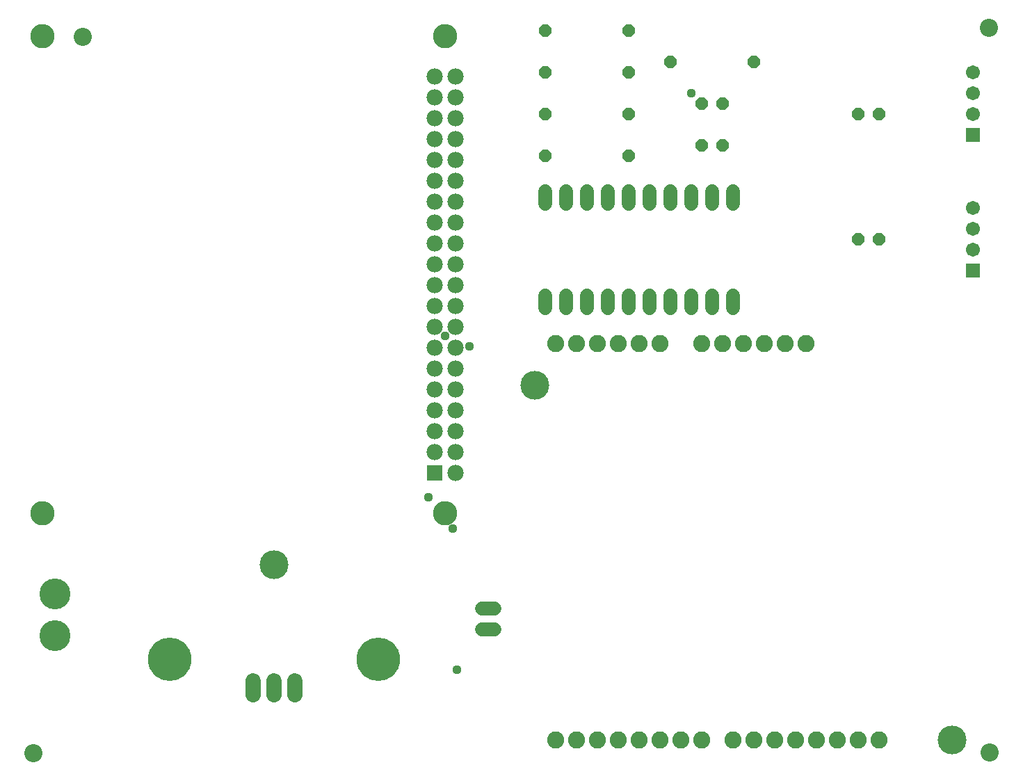
<source format=gbr>
G04 EAGLE Gerber RS-274X export*
G75*
%MOMM*%
%FSLAX34Y34*%
%LPD*%
%INSoldermask Top*%
%IPPOS*%
%AMOC8*
5,1,8,0,0,1.08239X$1,22.5*%
G01*
%ADD10C,2.203450*%
%ADD11P,1.649562X8X22.500000*%
%ADD12C,1.879600*%
%ADD13C,3.505200*%
%ADD14C,1.727200*%
%ADD15C,3.759200*%
%ADD16C,2.953200*%
%ADD17R,1.981200X1.981200*%
%ADD18C,1.981200*%
%ADD19R,1.711200X1.711200*%
%ADD20C,1.711200*%
%ADD21C,2.082800*%
%ADD22C,5.283200*%
%ADD23C,1.109600*%


D10*
X1187484Y905109D03*
X84208Y894105D03*
X24207Y21695D03*
X1188703Y22971D03*
D11*
X838200Y812800D03*
X863600Y812800D03*
X838200Y762000D03*
X863600Y762000D03*
D12*
X292100Y109982D02*
X292100Y93218D01*
X317500Y93218D02*
X317500Y109982D01*
X342900Y109982D02*
X342900Y93218D01*
D13*
X317500Y251460D03*
D14*
X570397Y172720D02*
X585637Y172720D01*
X585637Y198120D02*
X570397Y198120D01*
D15*
X50800Y215900D03*
X50800Y165100D03*
D11*
X1028700Y800100D03*
X1054100Y800100D03*
X1028700Y647700D03*
X1054100Y647700D03*
D16*
X35000Y314400D03*
X525000Y314400D03*
X35000Y894400D03*
X525000Y894400D03*
D17*
X512300Y363100D03*
D18*
X537700Y363100D03*
X512300Y388500D03*
X537700Y388500D03*
X512300Y413900D03*
X537700Y413900D03*
X512300Y439300D03*
X537700Y439300D03*
X512300Y464700D03*
X537700Y464700D03*
X512300Y490100D03*
X537700Y490100D03*
X512300Y515500D03*
X537700Y515500D03*
X512300Y540900D03*
X537700Y540900D03*
X512300Y566300D03*
X537700Y566300D03*
X512300Y591700D03*
X537700Y591700D03*
X512300Y617100D03*
X537700Y617100D03*
X512300Y642500D03*
X537700Y642500D03*
X512300Y667900D03*
X537700Y667900D03*
X512300Y693300D03*
X537700Y693300D03*
X512300Y718700D03*
X537700Y718700D03*
X512300Y744100D03*
X537700Y744100D03*
X512300Y769500D03*
X537700Y769500D03*
X512300Y794900D03*
X537700Y794900D03*
X512300Y820300D03*
X537700Y820300D03*
X512300Y845700D03*
X537700Y845700D03*
D11*
X800100Y863600D03*
X901700Y863600D03*
X647700Y749300D03*
X749300Y749300D03*
X647700Y901700D03*
X749300Y901700D03*
X647700Y850900D03*
X749300Y850900D03*
X647700Y800100D03*
X749300Y800100D03*
D14*
X876300Y706120D02*
X876300Y690880D01*
X850900Y690880D02*
X850900Y706120D01*
X825500Y706120D02*
X825500Y690880D01*
X800100Y690880D02*
X800100Y706120D01*
X774700Y706120D02*
X774700Y690880D01*
X749300Y690880D02*
X749300Y706120D01*
X723900Y706120D02*
X723900Y690880D01*
X698500Y690880D02*
X698500Y706120D01*
X673100Y706120D02*
X673100Y690880D01*
X647700Y690880D02*
X647700Y706120D01*
X647700Y579120D02*
X647700Y563880D01*
X673100Y563880D02*
X673100Y579120D01*
X698500Y579120D02*
X698500Y563880D01*
X723900Y563880D02*
X723900Y579120D01*
X749300Y579120D02*
X749300Y563880D01*
X774700Y563880D02*
X774700Y579120D01*
X800100Y579120D02*
X800100Y563880D01*
X825500Y563880D02*
X825500Y579120D01*
X850900Y579120D02*
X850900Y563880D01*
X876300Y563880D02*
X876300Y579120D01*
D19*
X1168400Y774700D03*
D20*
X1168400Y800100D03*
X1168400Y825500D03*
X1168400Y850900D03*
D19*
X1168400Y609600D03*
D20*
X1168400Y635000D03*
X1168400Y660400D03*
X1168400Y685800D03*
D21*
X965200Y520700D03*
X939800Y520700D03*
X914400Y520700D03*
X889000Y520700D03*
X863600Y520700D03*
X838200Y520700D03*
X787400Y520700D03*
X762000Y520700D03*
X736600Y520700D03*
X711200Y520700D03*
X685800Y520700D03*
X660400Y520700D03*
X660400Y38100D03*
X685800Y38100D03*
X711200Y38100D03*
X736600Y38100D03*
X762000Y38100D03*
X787400Y38100D03*
X812800Y38100D03*
X838200Y38100D03*
X876300Y38100D03*
X901700Y38100D03*
X927100Y38100D03*
X952500Y38100D03*
X977900Y38100D03*
X1003300Y38100D03*
X1028700Y38100D03*
X1054100Y38100D03*
D13*
X635000Y469900D03*
X1143000Y38100D03*
D22*
X444500Y135890D03*
X190500Y135890D03*
D23*
X540136Y123676D03*
X555280Y517420D03*
X524992Y530040D03*
X504800Y333168D03*
X535088Y295308D03*
X825348Y825348D03*
M02*

</source>
